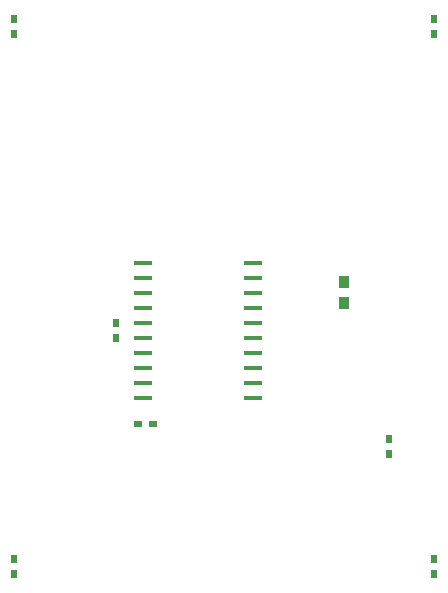
<source format=gbr>
%FSLAX14Y14*%
%MOIN*%
G04 EasyPC Gerber Version 18.0.1 Build 3581 *
%ADD84R,0.02400X0.03100*%
%ADD86R,0.03537X0.03891*%
%ADD83R,0.06200X0.01600*%
%ADD85R,0.03100X0.02400*%
X0Y0D02*
D02*
D83*
X7320Y6805D03*
Y7305D03*
Y7805D03*
Y8305D03*
Y8805D03*
Y9305D03*
Y9805D03*
Y10305D03*
Y10805D03*
Y11305D03*
X10980Y6805D03*
Y7305D03*
Y7805D03*
Y8305D03*
Y8805D03*
Y9305D03*
Y9805D03*
Y10305D03*
Y10805D03*
Y11305D03*
D02*
D84*
X3025Y925D03*
Y1435D03*
Y18925D03*
Y19435D03*
X6400Y8800D03*
Y9310D03*
X15525Y4925D03*
Y5435D03*
X17025Y925D03*
Y1435D03*
Y18925D03*
Y19435D03*
D02*
D85*
X7145Y5930D03*
X7655D03*
D02*
D86*
X14025Y9955D03*
Y10655D03*
X0Y0D02*
M02*

</source>
